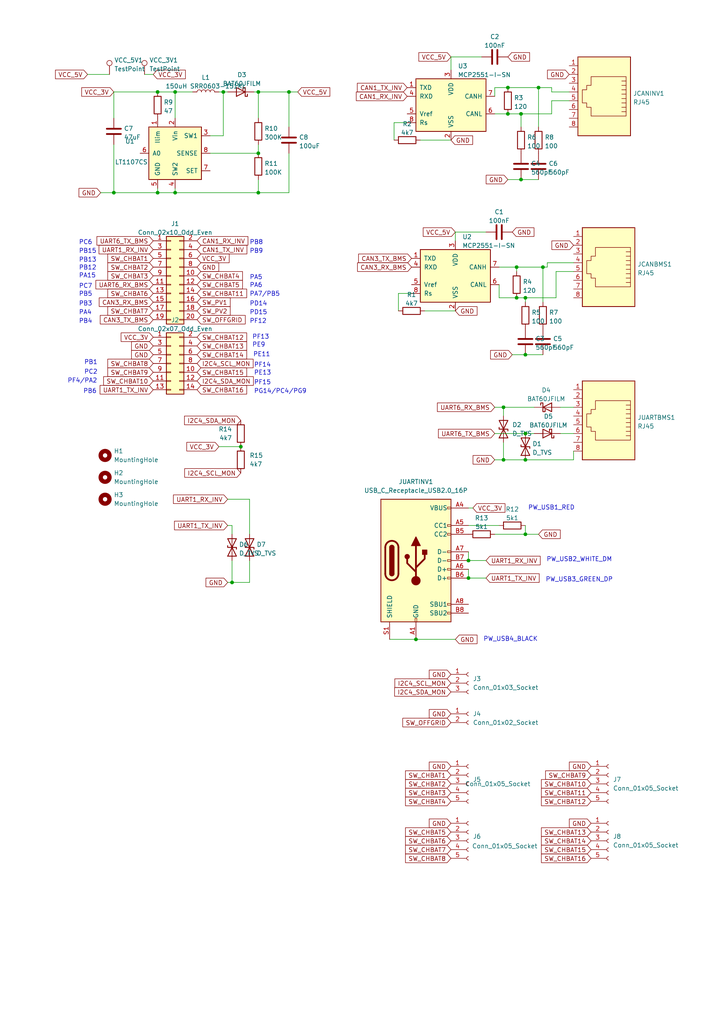
<source format=kicad_sch>
(kicad_sch (version 20250114) (generator "eeschema") (generator_version "9.0")
  (paper "A4" portrait)
  (lib_symbols
    (symbol "Connector:Conn_01x02_Socket" (pin_names (offset 1.016) (hide yes))
      (property "Reference" "J" (at 0 2.54 0))
      (property "Value" "Conn_01x02_Socket" (at 0 -5.08 0))
      (symbol "Conn_01x02_Socket_1_1"
        (pin passive line (at -5.08 0 0) (length 3.81) (name "Pin_1") (number "1"))
        (pin passive line (at -5.08 -2.54 0) (length 3.81) (name "Pin_2") (number "2"))
      )
    )
    (symbol "Connector:Conn_01x03_Socket" (pin_names (offset 1.016) (hide yes))
      (property "Reference" "J" (at 0 5.08 0))
      (property "Value" "Conn_01x03_Socket" (at 0 -5.08 0))
      (symbol "Conn_01x03_Socket_1_1"
        (pin passive line (at -5.08 2.54 0) (length 3.81) (name "Pin_1") (number "1"))
        (pin passive line (at -5.08 0 0) (length 3.81) (name "Pin_2") (number "2"))
        (pin passive line (at -5.08 -2.54 0) (length 3.81) (name "Pin_3") (number "3"))
      )
    )
    (symbol "Connector:Conn_01x05_Socket" (pin_names (offset 1.016) (hide yes))
      (property "Reference" "J" (at 0 7.62 0))
      (property "Value" "Conn_01x05_Socket" (at 0 -7.62 0))
      (symbol "Conn_01x05_Socket_1_1"
        (pin passive line (at -5.08 5.08 0) (length 3.81) (name "Pin_1") (number "1"))
        (pin passive line (at -5.08 2.54 0) (length 3.81) (name "Pin_2") (number "2"))
        (pin passive line (at -5.08 0 0) (length 3.81) (name "Pin_3") (number "3"))
        (pin passive line (at -5.08 -2.54 0) (length 3.81) (name "Pin_4") (number "4"))
        (pin passive line (at -5.08 -5.08 0) (length 3.81) (name "Pin_5") (number "5"))
      )
    )
    (symbol "Connector:RJ45" (pin_names (offset 1.016))
      (property "Reference" "J" (at -5.08 13.97 0))
      (property "Value" "RJ45" (at 2.54 13.97 0))
      (symbol "RJ45_1_1"
        (pin passive line (at 10.16 10.16 180) (length 2.54) (name "~") (number "8"))
        (pin passive line (at 10.16 7.62 180) (length 2.54) (name "~") (number "7"))
        (pin passive line (at 10.16 5.08 180) (length 2.54) (name "~") (number "6"))
        (pin passive line (at 10.16 2.54 180) (length 2.54) (name "~") (number "5"))
        (pin passive line (at 10.16 0 180) (length 2.54) (name "~") (number "4"))
        (pin passive line (at 10.16 -2.54 180) (length 2.54) (name "~") (number "3"))
        (pin passive line (at 10.16 -5.08 180) (length 2.54) (name "~") (number "2"))
        (pin passive line (at 10.16 -7.62 180) (length 2.54) (name "~") (number "1"))
      )
    )
    (symbol "Connector:TestPoint" (pin_numbers (hide yes)) (pin_names (offset 0.762) (hide yes))
      (property "Reference" "TP" (at 0 6.858 0))
      (property "Value" "TestPoint" (at 0 5.08 0))
      (symbol "TestPoint_1_1"
        (pin passive line (at 0 0 90) (length 2.54) (name "1") (number "1"))
      )
    )
    (symbol "Connector:USB_C_Receptacle_USB2.0_16P" (pin_names (offset 1.016))
      (property "Reference" "J" (at 0 22.225 0))
      (property "Value" "USB_C_Receptacle_USB2.0_16P" (at 0 19.685 0))
      (symbol "USB_C_Receptacle_USB2.0_16P_1_1"
        (pin passive line (at -7.62 -22.86 90) (length 5.08) (name "SHIELD") (number "S1"))
        (pin passive line (at 0 -22.86 90) (length 5.08) (name "GND") (number "A1"))
        (pin passive line (at 0 -22.86 90) (length 5.08) (hide yes) (name "GND") (number "A12"))
        (pin passive line (at 0 -22.86 90) (length 5.08) (hide yes) (name "GND") (number "B1"))
        (pin passive line (at 0 -22.86 90) (length 5.08) (hide yes) (name "GND") (number "B12"))
        (pin passive line (at 15.24 15.24 180) (length 5.08) (name "VBUS") (number "A4"))
        (pin passive line (at 15.24 15.24 180) (length 5.08) (hide yes) (name "VBUS") (number "A9"))
        (pin passive line (at 15.24 15.24 180) (length 5.08) (hide yes) (name "VBUS") (number "B4"))
        (pin passive line (at 15.24 15.24 180) (length 5.08) (hide yes) (name "VBUS") (number "B9"))
        (pin bidirectional line (at 15.24 10.16 180) (length 5.08) (name "CC1") (number "A5"))
        (pin bidirectional line (at 15.24 7.62 180) (length 5.08) (name "CC2") (number "B5"))
        (pin bidirectional line (at 15.24 2.54 180) (length 5.08) (name "D-") (number "A7"))
        (pin bidirectional line (at 15.24 0 180) (length 5.08) (name "D-") (number "B7"))
        (pin bidirectional line (at 15.24 -2.54 180) (length 5.08) (name "D+") (number "A6"))
        (pin bidirectional line (at 15.24 -5.08 180) (length 5.08) (name "D+") (number "B6"))
        (pin bidirectional line (at 15.24 -12.7 180) (length 5.08) (name "SBU1") (number "A8"))
        (pin bidirectional line (at 15.24 -15.24 180) (length 5.08) (name "SBU2") (number "B8"))
      )
    )
    (symbol "Connector_Generic:Conn_02x07_Odd_Even" (pin_names (offset 1.016) (hide yes))
      (property "Reference" "J" (at 1.27 10.16 0))
      (property "Value" "Conn_02x07_Odd_Even" (at 1.27 -10.16 0))
      (symbol "Conn_02x07_Odd_Even_1_1"
        (pin passive line (at -5.08 7.62 0) (length 3.81) (name "Pin_1") (number "1"))
        (pin passive line (at -5.08 5.08 0) (length 3.81) (name "Pin_3") (number "3"))
        (pin passive line (at -5.08 2.54 0) (length 3.81) (name "Pin_5") (number "5"))
        (pin passive line (at -5.08 0 0) (length 3.81) (name "Pin_7") (number "7"))
        (pin passive line (at -5.08 -2.54 0) (length 3.81) (name "Pin_9") (number "9"))
        (pin passive line (at -5.08 -5.08 0) (length 3.81) (name "Pin_11") (number "11"))
        (pin passive line (at -5.08 -7.62 0) (length 3.81) (name "Pin_13") (number "13"))
        (pin passive line (at 7.62 7.62 180) (length 3.81) (name "Pin_2") (number "2"))
        (pin passive line (at 7.62 5.08 180) (length 3.81) (name "Pin_4") (number "4"))
        (pin passive line (at 7.62 2.54 180) (length 3.81) (name "Pin_6") (number "6"))
        (pin passive line (at 7.62 0 180) (length 3.81) (name "Pin_8") (number "8"))
        (pin passive line (at 7.62 -2.54 180) (length 3.81) (name "Pin_10") (number "10"))
        (pin passive line (at 7.62 -5.08 180) (length 3.81) (name "Pin_12") (number "12"))
        (pin passive line (at 7.62 -7.62 180) (length 3.81) (name "Pin_14") (number "14"))
      )
    )
    (symbol "Connector_Generic:Conn_02x10_Odd_Even" (pin_names (offset 1.016) (hide yes))
      (property "Reference" "J" (at 1.27 12.7 0))
      (property "Value" "Conn_02x10_Odd_Even" (at 1.27 -15.24 0))
      (symbol "Conn_02x10_Odd_Even_1_1"
        (pin passive line (at -5.08 10.16 0) (length 3.81) (name "Pin_1") (number "1"))
        (pin passive line (at -5.08 7.62 0) (length 3.81) (name "Pin_3") (number "3"))
        (pin passive line (at -5.08 5.08 0) (length 3.81) (name "Pin_5") (number "5"))
        (pin passive line (at -5.08 2.54 0) (length 3.81) (name "Pin_7") (number "7"))
        (pin passive line (at -5.08 0 0) (length 3.81) (name "Pin_9") (number "9"))
        (pin passive line (at -5.08 -2.54 0) (length 3.81) (name "Pin_11") (number "11"))
        (pin passive line (at -5.08 -5.08 0) (length 3.81) (name "Pin_13") (number "13"))
        (pin passive line (at -5.08 -7.62 0) (length 3.81) (name "Pin_15") (number "15"))
        (pin passive line (at -5.08 -10.16 0) (length 3.81) (name "Pin_17") (number "17"))
        (pin passive line (at -5.08 -12.7 0) (length 3.81) (name "Pin_19") (number "19"))
        (pin passive line (at 7.62 10.16 180) (length 3.81) (name "Pin_2") (number "2"))
        (pin passive line (at 7.62 7.62 180) (length 3.81) (name "Pin_4") (number "4"))
        (pin passive line (at 7.62 5.08 180) (length 3.81) (name "Pin_6") (number "6"))
        (pin passive line (at 7.62 2.54 180) (length 3.81) (name "Pin_8") (number "8"))
        (pin passive line (at 7.62 0 180) (length 3.81) (name "Pin_10") (number "10"))
        (pin passive line (at 7.62 -2.54 180) (length 3.81) (name "Pin_12") (number "12"))
        (pin passive line (at 7.62 -5.08 180) (length 3.81) (name "Pin_14") (number "14"))
        (pin passive line (at 7.62 -7.62 180) (length 3.81) (name "Pin_16") (number "16"))
        (pin passive line (at 7.62 -10.16 180) (length 3.81) (name "Pin_18") (number "18"))
        (pin passive line (at 7.62 -12.7 180) (length 3.81) (name "Pin_20") (number "20"))
      )
    )
    (symbol "Device:C" (pin_numbers (hide yes)) (pin_names (offset 0.254))
      (property "Reference" "C" (at 0.635 2.54 0))
      (property "Value" "C" (at 0.635 -2.54 0))
      (symbol "C_1_1"
        (pin passive line (at 0 3.81 270) (length 2.794) (name "~") (number "1"))
        (pin passive line (at 0 -3.81 90) (length 2.794) (name "~") (number "2"))
      )
    )
    (symbol "Device:D_Schottky" (pin_numbers (hide yes)) (pin_names (offset 1.016) (hide yes))
      (property "Reference" "D" (at 0 2.54 0))
      (property "Value" "D_Schottky" (at 0 -2.54 0))
      (symbol "D_Schottky_1_1"
        (pin passive line (at -3.81 0 0) (length 2.54) (name "K") (number "1"))
        (pin passive line (at 3.81 0 180) (length 2.54) (name "A") (number "2"))
      )
    )
    (symbol "Device:D_TVS" (pin_numbers (hide yes)) (pin_names (offset 1.016) (hide yes))
      (property "Reference" "D" (at 0 2.54 0))
      (property "Value" "D_TVS" (at 0 -2.54 0))
      (symbol "D_TVS_1_1"
        (pin passive line (at -3.81 0 0) (length 2.54) (name "A1") (number "1"))
        (pin passive line (at 3.81 0 180) (length 2.54) (name "A2") (number "2"))
      )
    )
    (symbol "Device:L" (pin_numbers (hide yes)) (pin_names (offset 1.016) (hide yes))
      (property "Reference" "L" (at -1.27 0 90))
      (property "Value" "L" (at 1.905 0 90))
      (symbol "L_1_1"
        (pin passive line (at 0 3.81 270) (length 1.27) (name "1") (number "1"))
        (pin passive line (at 0 -3.81 90) (length 1.27) (name "2") (number "2"))
      )
    )
    (symbol "Device:R" (pin_numbers (hide yes)) (pin_names (offset 0))
      (property "Reference" "R" (at 2.032 0 90))
      (property "Value" "R" (at 0 0 90))
      (symbol "R_1_1"
        (pin passive line (at 0 3.81 270) (length 1.27) (name "~") (number "1"))
        (pin passive line (at 0 -3.81 90) (length 1.27) (name "~") (number "2"))
      )
    )
    (symbol "Diode:BAT54J" (pin_numbers (hide yes)) (pin_names (hide yes))
      (property "Reference" "D" (at 0 2.54 0))
      (property "Value" "BAT54J" (at 0 -2.54 0))
      (symbol "BAT54J_1_1"
        (pin passive line (at -3.81 0 0) (length 2.54) (name "K") (number "1"))
        (pin passive line (at 3.81 0 180) (length 2.54) (name "A") (number "2"))
      )
    )
    (symbol "Interface_CAN_LIN:MCP2551-I-SN" (pin_names (offset 1.016))
      (property "Reference" "U" (at -10.16 8.89 0))
      (property "Value" "MCP2551-I-SN" (at 2.54 8.89 0))
      (symbol "MCP2551-I-SN_1_1"
        (pin input line (at -12.7 5.08 0) (length 2.54) (name "TXD") (number "1"))
        (pin output line (at -12.7 2.54 0) (length 2.54) (name "RXD") (number "4"))
        (pin power_out line (at -12.7 -2.54 0) (length 2.54) (name "Vref") (number "5"))
        (pin input line (at -12.7 -5.08 0) (length 2.54) (name "Rs") (number "8"))
        (pin power_in line (at 0 10.16 270) (length 2.54) (name "VDD") (number "3"))
        (pin power_in line (at 0 -10.16 90) (length 2.54) (name "VSS") (number "2"))
        (pin bidirectional line (at 12.7 2.54 180) (length 2.54) (name "CANH") (number "7"))
        (pin bidirectional line (at 12.7 -2.54 180) (length 2.54) (name "CANL") (number "6"))
      )
    )
    (symbol "Mechanical:MountingHole" (pin_names (offset 1.016)) (in_bom no)
      (property "Reference" "H" (at 0 5.08 0))
      (property "Value" "MountingHole" (at 0 3.175 0))
    )
    (symbol "Regulator_Switching:LT1108CS-5" (pin_names (offset 1.016))
      (property "Reference" "U" (at 1.27 10.795 0))
      (property "Value" "LT1108CS-5" (at 1.27 8.89 0))
      (symbol "LT1108CS-5_1_1"
        (pin output line (at -10.16 0 0) (length 2.54) (name "A0") (number "6"))
        (pin input line (at -5.08 10.16 270) (length 2.54) (name "Ilim") (number "1"))
        (pin power_in line (at -5.08 -10.16 90) (length 2.54) (name "GND") (number "5"))
        (pin power_in line (at 0 10.16 270) (length 2.54) (name "Vin") (number "2"))
        (pin input line (at 0 -10.16 90) (length 2.54) (name "SW2") (number "4"))
        (pin input line (at 10.16 5.08 180) (length 2.54) (name "SW1") (number "3"))
        (pin input line (at 10.16 0 180) (length 2.54) (name "SENSE") (number "8"))
        (pin input line (at 10.16 -5.08 180) (length 2.54) (name "SET") (number "7"))
      )
    )
  )
  (text "PA4" (at 22.86 91.44 0) (effects (font (size 1.27 1.27)) (justify left bottom)))
  (text "PD14" (at 72.39 88.9 0) (effects (font (size 1.27 1.27)) (justify left bottom)))
  (text "PA6" (at 72.39 83.566 0) (effects (font (size 1.27 1.27)) (justify left bottom)))
  (text "PC6" (at 22.86 71.12 0) (effects (font (size 1.27 1.27)) (justify left bottom)))
  (text "PB13" (at 22.86 76.2 0) (effects (font (size 1.27 1.27)) (justify left bottom)))
  (text "PB3" (at 22.86 88.9 0) (effects (font (size 1.27 1.27)) (justify left bottom)))
  (text "PB15" (at 22.86 73.66 0) (effects (font (size 1.27 1.27)) (justify left bottom)))
  (text "PW_USB3_GREEN_DP" (at 158.242 168.91 0) (effects (font (size 1.27 1.27)) (justify left bottom)))
  (text "PE9" (at 73.152 100.838 0) (effects (font (size 1.27 1.27)) (justify left bottom)))
  (text "PA7/PB5" (at 72.39 86.106 0) (effects (font (size 1.27 1.27)) (justify left bottom)))
  (text "PD15" (at 72.39 91.44 0) (effects (font (size 1.27 1.27)) (justify left bottom)))
  (text "PC2" (at 24.384 108.712 0) (effects (font (size 1.27 1.27)) (justify left bottom)))
  (text "PB9" (at 72.39 73.66 0) (effects (font (size 1.27 1.27)) (justify left bottom)))
  (text "PB8" (at 72.39 71.12 0) (effects (font (size 1.27 1.27)) (justify left bottom)))
  (text "PB5" (at 22.86 86.106 0) (effects (font (size 1.27 1.27)) (justify left bottom)))
  (text "PB4" (at 22.86 93.98 0) (effects (font (size 1.27 1.27)) (justify left bottom)))
  (text "PW_USB2_WHITE_DM" (at 158.496 163.068 0) (effects (font (size 1.27 1.27)) (justify left bottom)))
  (text "PC7" (at 22.86 83.82 0) (effects (font (size 1.27 1.27)) (justify left bottom)))
  (text "PE11" (at 73.406 103.632 0) (effects (font (size 1.27 1.27)) (justify left bottom)))
  (text "PF14" (at 73.66 106.68 0) (effects (font (size 1.27 1.27)) (justify left bottom)))
  (text "PG14/PC4/PG9" (at 73.66 114.3 0) (effects (font (size 1.27 1.27)) (justify left bottom)))
  (text "PE13" (at 73.66 108.966 0) (effects (font (size 1.27 1.27)) (justify left bottom)))
  (text "PW_USB1_RED" (at 153.162 148.082 0) (effects (font (size 1.27 1.27)) (justify left bottom)))
  (text "PA15" (at 22.86 80.772 0) (effects (font (size 1.27 1.27)) (justify left bottom)))
  (text "PW_USB4_BLACK" (at 140.208 186.182 0) (effects (font (size 1.27 1.27)) (justify left bottom)))
  (text "PF13" (at 73.152 98.552 0) (effects (font (size 1.27 1.27)) (justify left bottom)))
  (text "PB12" (at 22.86 78.486 0) (effects (font (size 1.27 1.27)) (justify left bottom)))
  (text "PB1" (at 24.384 105.918 0) (effects (font (size 1.27 1.27)) (justify left bottom)))
  (text "PF4/PA2" (at 19.558 111.252 0) (effects (font (size 1.27 1.27)) (justify left bottom)))
  (text "PF15" (at 73.66 111.76 0) (effects (font (size 1.27 1.27)) (justify left bottom)))
  (text "PF12" (at 72.39 93.98 0) (effects (font (size 1.27 1.27)) (justify left bottom)))
  (text "PA5" (at 72.39 81.28 0) (effects (font (size 1.27 1.27)) (justify left bottom)))
  (text "PB6" (at 24.13 114.3 0) (effects (font (size 1.27 1.27)) (justify left bottom)))
  (junction (at 50.8 26.67))
  (junction (at 83.82 26.67))
  (junction (at 147.32 33.02))
  (junction (at 151.13 33.02))
  (junction (at 152.4 102.87))
  (junction (at 149.86 77.47))
  (junction (at 146.05 133.35))
  (junction (at 45.72 55.88))
  (junction (at 152.4 133.35))
  (junction (at 152.4 125.73))
  (junction (at 147.32 25.4))
  (junction (at 67.31 168.91))
  (junction (at 74.93 26.67))
  (junction (at 157.48 77.47))
  (junction (at 149.86 86.36))
  (junction (at 120.65 185.42))
  (junction (at 135.89 167.64))
  (junction (at 45.72 26.67))
  (junction (at 152.4 86.36))
  (junction (at 135.89 162.56))
  (junction (at 156.21 25.4))
  (junction (at 152.4 154.94))
  (junction (at 74.93 44.45))
  (junction (at 33.02 55.88))
  (junction (at 64.77 26.67))
  (junction (at 151.13 52.07))
  (junction (at 146.05 118.11))
  (junction (at 50.8 55.88))
  (junction (at 69.85 129.54))
  (junction (at 74.93 55.88))
  (wire (pts (xy 156.21 154.94) (xy 152.4 154.94)))
  (wire (pts (xy 149.86 77.47) (xy 149.86 78.74)))
  (wire (pts (xy 148.59 102.87) (xy 152.4 102.87)))
  (wire (pts (xy 63.5 129.54) (xy 69.85 129.54)))
  (wire (pts (xy 50.8 55.88) (xy 74.93 55.88)))
  (wire (pts (xy 60.96 44.45) (xy 74.93 44.45)))
  (wire (pts (xy 83.82 26.67) (xy 74.93 26.67)))
  (wire (pts (xy 156.21 25.4) (xy 156.21 36.83)))
  (wire (pts (xy 45.72 26.67) (xy 50.8 26.67)))
  (wire (pts (xy 140.97 162.56) (xy 135.89 162.56)))
  (wire (pts (xy 143.51 25.4) (xy 143.51 27.94)))
  (wire (pts (xy 33.02 26.67) (xy 45.72 26.67)))
  (wire (pts (xy 123.19 90.17) (xy 132.08 90.17)))
  (wire (pts (xy 50.8 26.67) (xy 55.88 26.67)))
  (wire (pts (xy 63.5 26.67) (xy 64.77 26.67)))
  (wire (pts (xy 120.65 185.42) (xy 113.03 185.42)))
  (wire (pts (xy 149.86 86.36) (xy 152.4 86.36)))
  (wire (pts (xy 166.37 130.81) (xy 166.37 133.35)))
  (wire (pts (xy 132.08 67.31) (xy 132.08 69.85)))
  (wire (pts (xy 152.4 125.73) (xy 154.94 125.73)))
  (wire (pts (xy 146.05 133.35) (xy 152.4 133.35)))
  (wire (pts (xy 83.82 26.67) (xy 83.82 36.83)))
  (wire (pts (xy 83.82 44.45) (xy 83.82 55.88)))
  (wire (pts (xy 66.04 144.78) (xy 72.39 144.78)))
  (wire (pts (xy 161.29 78.74) (xy 166.37 78.74)))
  (wire (pts (xy 67.31 162.56) (xy 67.31 168.91)))
  (wire (pts (xy 158.75 76.2) (xy 166.37 76.2)))
  (wire (pts (xy 147.32 25.4) (xy 156.21 25.4)))
  (wire (pts (xy 50.8 55.88) (xy 50.8 54.61)))
  (wire (pts (xy 33.02 26.67) (xy 33.02 34.29)))
  (wire (pts (xy 152.4 86.36) (xy 161.29 86.36)))
  (wire (pts (xy 146.05 118.11) (xy 154.94 118.11)))
  (wire (pts (xy 135.89 162.56) (xy 135.89 160.02)))
  (wire (pts (xy 143.51 118.11) (xy 146.05 118.11)))
  (wire (pts (xy 152.4 102.87) (xy 157.48 102.87)))
  (wire (pts (xy 74.93 26.67) (xy 74.93 34.29)))
  (wire (pts (xy 156.21 25.4) (xy 160.02 25.4)))
  (wire (pts (xy 147.32 33.02) (xy 151.13 33.02)))
  (wire (pts (xy 118.11 35.56) (xy 114.3 35.56)))
  (wire (pts (xy 158.75 77.47) (xy 158.75 76.2)))
  (wire (pts (xy 160.02 25.4) (xy 160.02 26.67)))
  (wire (pts (xy 140.97 167.64) (xy 135.89 167.64)))
  (wire (pts (xy 114.3 35.56) (xy 114.3 40.64)))
  (wire (pts (xy 64.77 26.67) (xy 66.04 26.67)))
  (wire (pts (xy 152.4 86.36) (xy 152.4 87.63)))
  (wire (pts (xy 60.96 39.37) (xy 64.77 39.37)))
  (wire (pts (xy 144.78 77.47) (xy 149.86 77.47)))
  (wire (pts (xy 157.48 77.47) (xy 158.75 77.47)))
  (wire (pts (xy 67.31 152.4) (xy 67.31 154.94)))
  (wire (pts (xy 144.78 152.4) (xy 135.89 152.4)))
  (wire (pts (xy 149.86 77.47) (xy 157.48 77.47)))
  (wire (pts (xy 160.02 26.67) (xy 165.1 26.67)))
  (wire (pts (xy 33.02 55.88) (xy 45.72 55.88)))
  (wire (pts (xy 66.04 168.91) (xy 67.31 168.91)))
  (wire (pts (xy 152.4 133.35) (xy 166.37 133.35)))
  (wire (pts (xy 44.45 21.59) (xy 41.91 21.59)))
  (wire (pts (xy 66.04 152.4) (xy 67.31 152.4)))
  (wire (pts (xy 64.77 39.37) (xy 64.77 26.67)))
  (wire (pts (xy 162.56 118.11) (xy 166.37 118.11)))
  (wire (pts (xy 67.31 168.91) (xy 72.39 168.91)))
  (wire (pts (xy 147.32 52.07) (xy 151.13 52.07)))
  (wire (pts (xy 86.36 26.67) (xy 83.82 26.67)))
  (wire (pts (xy 143.51 25.4) (xy 147.32 25.4)))
  (wire (pts (xy 45.72 55.88) (xy 50.8 55.88)))
  (wire (pts (xy 74.93 52.07) (xy 74.93 55.88)))
  (wire (pts (xy 161.29 86.36) (xy 161.29 78.74)))
  (wire (pts (xy 25.4 21.59) (xy 31.75 21.59)))
  (wire (pts (xy 143.51 125.73) (xy 152.4 125.73)))
  (wire (pts (xy 146.05 128.27) (xy 146.05 133.35)))
  (wire (pts (xy 139.7 16.51) (xy 130.81 16.51)))
  (wire (pts (xy 115.57 85.09) (xy 115.57 90.17)))
  (wire (pts (xy 152.4 154.94) (xy 143.51 154.94)))
  (wire (pts (xy 151.13 33.02) (xy 151.13 36.83)))
  (wire (pts (xy 74.93 55.88) (xy 83.82 55.88)))
  (wire (pts (xy 143.51 133.35) (xy 146.05 133.35)))
  (wire (pts (xy 151.13 33.02) (xy 160.02 33.02)))
  (wire (pts (xy 157.48 77.47) (xy 157.48 87.63)))
  (wire (pts (xy 144.78 86.36) (xy 149.86 86.36)))
  (wire (pts (xy 160.02 33.02) (xy 160.02 29.21)))
  (wire (pts (xy 74.93 26.67) (xy 73.66 26.67)))
  (wire (pts (xy 72.39 144.78) (xy 72.39 154.94)))
  (wire (pts (xy 162.56 125.73) (xy 166.37 125.73)))
  (wire (pts (xy 121.92 40.64) (xy 130.81 40.64)))
  (wire (pts (xy 144.78 82.55) (xy 144.78 86.36)))
  (wire (pts (xy 74.93 41.91) (xy 74.93 44.45)))
  (wire (pts (xy 72.39 162.56) (xy 72.39 168.91)))
  (wire (pts (xy 33.02 41.91) (xy 33.02 55.88)))
  (wire (pts (xy 140.97 67.31) (xy 132.08 67.31)))
  (wire (pts (xy 143.51 33.02) (xy 147.32 33.02)))
  (wire (pts (xy 132.08 185.42) (xy 120.65 185.42)))
  (wire (pts (xy 29.21 55.88) (xy 33.02 55.88)))
  (wire (pts (xy 152.4 154.94) (xy 152.4 152.4)))
  (wire (pts (xy 119.38 85.09) (xy 115.57 85.09)))
  (wire (pts (xy 160.02 29.21) (xy 165.1 29.21)))
  (wire (pts (xy 50.8 34.29) (xy 50.8 26.67)))
  (wire (pts (xy 137.16 147.32) (xy 135.89 147.32)))
  (wire (pts (xy 135.89 165.1) (xy 135.89 167.64)))
  (wire (pts (xy 130.81 16.51) (xy 130.81 20.32)))
  (wire (pts (xy 146.05 120.65) (xy 146.05 118.11)))
  (wire (pts (xy 151.13 52.07) (xy 156.21 52.07)))
  (wire (pts (xy 45.72 54.61) (xy 45.72 55.88)))
  (global_label "I2C4_SDA_MON" (shape input) (at 57.15 110.49 0) (property "Intersheetrefs" "${INTERSHEET_REFS}" (effects (hide yes))))
  (global_label "SW_CHBAT14" (shape input) (at 171.45 243.84 180) (property "Intersheetrefs" "${INTERSHEET_REFS}" (effects (hide yes))))
  (global_label "GND" (shape input) (at 57.15 77.47 0) (property "Intersheetrefs" "${INTERSHEET_REFS}" (effects (hide yes))))
  (global_label "GND" (shape input) (at 171.45 238.76 180) (property "Intersheetrefs" "${INTERSHEET_REFS}" (effects (hide yes))))
  (global_label "SW_PV1" (shape input) (at 57.15 87.63 0) (property "Intersheetrefs" "${INTERSHEET_REFS}" (effects (hide yes))))
  (global_label "CAN3_RX_BMS" (shape input) (at 119.38 77.47 180) (property "Intersheetrefs" "${INTERSHEET_REFS}" (effects (hide yes))))
  (global_label "SW_CHBAT13" (shape input) (at 171.45 241.3 180) (property "Intersheetrefs" "${INTERSHEET_REFS}" (effects (hide yes))))
  (global_label "VCC_3V" (shape input) (at 63.5 129.54 180) (property "Intersheetrefs" "${INTERSHEET_REFS}" (effects (hide yes))))
  (global_label "UART1_RX_INV" (shape input) (at 140.97 162.56 0) (property "Intersheetrefs" "${INTERSHEET_REFS}" (effects (hide yes))))
  (global_label "SW_CHBAT9" (shape input) (at 171.45 224.79 180) (property "Intersheetrefs" "${INTERSHEET_REFS}" (effects (hide yes))))
  (global_label "VCC_5V" (shape input) (at 130.81 16.51 180) (property "Intersheetrefs" "${INTERSHEET_REFS}" (effects (hide yes))))
  (global_label "GND" (shape input) (at 132.08 90.17 0) (property "Intersheetrefs" "${INTERSHEET_REFS}" (effects (hide yes))))
  (global_label "CAN3_TX_BMS" (shape input) (at 119.38 74.93 180) (property "Intersheetrefs" "${INTERSHEET_REFS}" (effects (hide yes))))
  (global_label "I2C4_SDA_MON" (shape input) (at 130.81 200.66 180) (property "Intersheetrefs" "${INTERSHEET_REFS}" (effects (hide yes))))
  (global_label "CAN1_RX_INV" (shape input) (at 57.15 69.85 0) (property "Intersheetrefs" "${INTERSHEET_REFS}" (effects (hide yes))))
  (global_label "SW_CHBAT7" (shape input) (at 44.45 90.17 180) (property "Intersheetrefs" "${INTERSHEET_REFS}" (effects (hide yes))))
  (global_label "I2C4_SCL_MON" (shape input) (at 57.15 105.41 0) (property "Intersheetrefs" "${INTERSHEET_REFS}" (effects (hide yes))))
  (global_label "GND" (shape input) (at 130.81 40.64 0) (property "Intersheetrefs" "${INTERSHEET_REFS}" (effects (hide yes))))
  (global_label "SW_CHBAT8" (shape input) (at 130.81 248.92 180) (property "Intersheetrefs" "${INTERSHEET_REFS}" (effects (hide yes))))
  (global_label "GND" (shape input) (at 171.45 222.25 180) (property "Intersheetrefs" "${INTERSHEET_REFS}" (effects (hide yes))))
  (global_label "UART6_TX_BMS" (shape input) (at 44.45 69.85 180) (property "Intersheetrefs" "${INTERSHEET_REFS}" (effects (hide yes))))
  (global_label "SW_CHBAT16" (shape input) (at 171.45 248.92 180) (property "Intersheetrefs" "${INTERSHEET_REFS}" (effects (hide yes))))
  (global_label "VCC_3V" (shape input) (at 57.15 74.93 0) (property "Intersheetrefs" "${INTERSHEET_REFS}" (effects (hide yes))))
  (global_label "SW_CHBAT10" (shape input) (at 44.45 110.49 180) (property "Intersheetrefs" "${INTERSHEET_REFS}" (effects (hide yes))))
  (global_label "UART1_TX_INV" (shape input) (at 66.04 152.4 180) (property "Intersheetrefs" "${INTERSHEET_REFS}" (effects (hide yes))))
  (global_label "SW_CHBAT8" (shape input) (at 44.45 105.41 180) (property "Intersheetrefs" "${INTERSHEET_REFS}" (effects (hide yes))))
  (global_label "I2C4_SCL_MON" (shape input) (at 130.81 198.12 180) (property "Intersheetrefs" "${INTERSHEET_REFS}" (effects (hide yes))))
  (global_label "SW_CHBAT14" (shape input) (at 57.15 102.87 0) (property "Intersheetrefs" "${INTERSHEET_REFS}" (effects (hide yes))))
  (global_label "UART1_TX_INV" (shape input) (at 44.45 113.03 180) (property "Intersheetrefs" "${INTERSHEET_REFS}" (effects (hide yes))))
  (global_label "VCC_3V" (shape input) (at 44.45 97.79 180) (property "Intersheetrefs" "${INTERSHEET_REFS}" (effects (hide yes))))
  (global_label "GND" (shape input) (at 44.45 102.87 180) (property "Intersheetrefs" "${INTERSHEET_REFS}" (effects (hide yes))))
  (global_label "SW_OFFGRID" (shape input) (at 130.81 209.55 180) (property "Intersheetrefs" "${INTERSHEET_REFS}" (effects (hide yes))))
  (global_label "GND" (shape input) (at 147.32 52.07 180) (property "Intersheetrefs" "${INTERSHEET_REFS}" (effects (hide yes))))
  (global_label "GND" (shape input) (at 130.81 222.25 180) (property "Intersheetrefs" "${INTERSHEET_REFS}" (effects (hide yes))))
  (global_label "SW_CHBAT1" (shape input) (at 44.45 74.93 180) (property "Intersheetrefs" "${INTERSHEET_REFS}" (effects (hide yes))))
  (global_label "GND" (shape input) (at 143.51 133.35 180) (property "Intersheetrefs" "${INTERSHEET_REFS}" (effects (hide yes))))
  (global_label "UART6_RX_BMS" (shape input) (at 143.51 118.11 180) (property "Intersheetrefs" "${INTERSHEET_REFS}" (effects (hide yes))))
  (global_label "CAN3_RX_BMS" (shape input) (at 44.45 87.63 180) (property "Intersheetrefs" "${INTERSHEET_REFS}" (effects (hide yes))))
  (global_label "SW_CHBAT12" (shape input) (at 57.15 97.79 0) (property "Intersheetrefs" "${INTERSHEET_REFS}" (effects (hide yes))))
  (global_label "GND" (shape input) (at 66.04 168.91 180) (property "Intersheetrefs" "${INTERSHEET_REFS}" (effects (hide yes))))
  (global_label "VCC_5V" (shape input) (at 86.36 26.67 0) (property "Intersheetrefs" "${INTERSHEET_REFS}" (effects (hide yes))))
  (global_label "UART6_RX_BMS" (shape input) (at 44.45 82.55 180) (property "Intersheetrefs" "${INTERSHEET_REFS}" (effects (hide yes))))
  (global_label "GND" (shape input) (at 130.81 195.58 180) (property "Intersheetrefs" "${INTERSHEET_REFS}" (effects (hide yes))))
  (global_label "SW_CHBAT13" (shape input) (at 57.15 100.33 0) (property "Intersheetrefs" "${INTERSHEET_REFS}" (effects (hide yes))))
  (global_label "UART6_TX_BMS" (shape input) (at 143.51 125.73 180) (property "Intersheetrefs" "${INTERSHEET_REFS}" (effects (hide yes))))
  (global_label "GND" (shape input) (at 130.81 207.01 180) (property "Intersheetrefs" "${INTERSHEET_REFS}" (effects (hide yes))))
  (global_label "SW_CHBAT1" (shape input) (at 130.81 224.79 180) (property "Intersheetrefs" "${INTERSHEET_REFS}" (effects (hide yes))))
  (global_label "SW_CHBAT9" (shape input) (at 44.45 107.95 180) (property "Intersheetrefs" "${INTERSHEET_REFS}" (effects (hide yes))))
  (global_label "SW_CHBAT5" (shape input) (at 57.15 82.55 0) (property "Intersheetrefs" "${INTERSHEET_REFS}" (effects (hide yes))))
  (global_label "GND" (shape input) (at 148.59 67.31 0) (property "Intersheetrefs" "${INTERSHEET_REFS}" (effects (hide yes))))
  (global_label "CAN1_TX_INV" (shape input) (at 57.15 72.39 0) (property "Intersheetrefs" "${INTERSHEET_REFS}" (effects (hide yes))))
  (global_label "SW_CHBAT5" (shape input) (at 130.81 241.3 180) (property "Intersheetrefs" "${INTERSHEET_REFS}" (effects (hide yes))))
  (global_label "SW_CHBAT15" (shape input) (at 171.45 246.38 180) (property "Intersheetrefs" "${INTERSHEET_REFS}" (effects (hide yes))))
  (global_label "SW_CHBAT7" (shape input) (at 130.81 246.38 180) (property "Intersheetrefs" "${INTERSHEET_REFS}" (effects (hide yes))))
  (global_label "SW_PV2" (shape input) (at 57.15 90.17 0) (property "Intersheetrefs" "${INTERSHEET_REFS}" (effects (hide yes))))
  (global_label "GND" (shape input) (at 156.21 154.94 0) (property "Intersheetrefs" "${INTERSHEET_REFS}" (effects (hide yes))))
  (global_label "SW_CHBAT2" (shape input) (at 44.45 77.47 180) (property "Intersheetrefs" "${INTERSHEET_REFS}" (effects (hide yes))))
  (global_label "SW_CHBAT4" (shape input) (at 57.15 80.01 0) (property "Intersheetrefs" "${INTERSHEET_REFS}" (effects (hide yes))))
  (global_label "SW_OFFGRID" (shape input) (at 57.15 92.71 0) (property "Intersheetrefs" "${INTERSHEET_REFS}" (effects (hide yes))))
  (global_label "UART1_RX_INV" (shape input) (at 44.45 72.39 180) (property "Intersheetrefs" "${INTERSHEET_REFS}" (effects (hide yes))))
  (global_label "SW_CHBAT15" (shape input) (at 57.15 107.95 0) (property "Intersheetrefs" "${INTERSHEET_REFS}" (effects (hide yes))))
  (global_label "GND" (shape input) (at 166.37 71.12 180) (property "Intersheetrefs" "${INTERSHEET_REFS}" (effects (hide yes))))
  (global_label "GND" (shape input) (at 130.81 238.76 180) (property "Intersheetrefs" "${INTERSHEET_REFS}" (effects (hide yes))))
  (global_label "SW_CHBAT3" (shape input) (at 130.81 229.87 180) (property "Intersheetrefs" "${INTERSHEET_REFS}" (effects (hide yes))))
  (global_label "SW_CHBAT11" (shape input) (at 57.15 85.09 0) (property "Intersheetrefs" "${INTERSHEET_REFS}" (effects (hide yes))))
  (global_label "SW_CHBAT11" (shape input) (at 171.45 229.87 180) (property "Intersheetrefs" "${INTERSHEET_REFS}" (effects (hide yes))))
  (global_label "VCC_5V" (shape input) (at 25.4 21.59 180) (property "Intersheetrefs" "${INTERSHEET_REFS}" (effects (hide yes))))
  (global_label "SW_CHBAT12" (shape input) (at 171.45 232.41 180) (property "Intersheetrefs" "${INTERSHEET_REFS}" (effects (hide yes))))
  (global_label "VCC_3V" (shape input) (at 44.45 21.59 0) (property "Intersheetrefs" "${INTERSHEET_REFS}" (effects (hide yes))))
  (global_label "UART1_TX_INV" (shape input) (at 140.97 167.64 0) (property "Intersheetrefs" "${INTERSHEET_REFS}" (effects (hide yes))))
  (global_label "CAN3_TX_BMS" (shape input) (at 44.45 92.71 180) (property "Intersheetrefs" "${INTERSHEET_REFS}" (effects (hide yes))))
  (global_label "VCC_5V" (shape input) (at 132.08 67.31 180) (property "Intersheetrefs" "${INTERSHEET_REFS}" (effects (hide yes))))
  (global_label "SW_CHBAT6" (shape input) (at 130.81 243.84 180) (property "Intersheetrefs" "${INTERSHEET_REFS}" (effects (hide yes))))
  (global_label "SW_CHBAT2" (shape input) (at 130.81 227.33 180) (property "Intersheetrefs" "${INTERSHEET_REFS}" (effects (hide yes))))
  (global_label "GND" (shape input) (at 165.1 21.59 180) (property "Intersheetrefs" "${INTERSHEET_REFS}" (effects (hide yes))))
  (global_label "UART1_RX_INV" (shape input) (at 66.04 144.78 180) (property "Intersheetrefs" "${INTERSHEET_REFS}" (effects (hide yes))))
  (global_label "CAN1_RX_INV" (shape input) (at 118.11 27.94 180) (property "Intersheetrefs" "${INTERSHEET_REFS}" (effects (hide yes))))
  (global_label "SW_CHBAT10" (shape input) (at 171.45 227.33 180) (property "Intersheetrefs" "${INTERSHEET_REFS}" (effects (hide yes))))
  (global_label "GND" (shape input) (at 148.59 102.87 180) (property "Intersheetrefs" "${INTERSHEET_REFS}" (effects (hide yes))))
  (global_label "SW_CHBAT3" (shape input) (at 44.45 80.01 180) (property "Intersheetrefs" "${INTERSHEET_REFS}" (effects (hide yes))))
  (global_label "GND" (shape input) (at 29.21 55.88 180) (property "Intersheetrefs" "${INTERSHEET_REFS}" (effects (hide yes))))
  (global_label "SW_CHBAT16" (shape input) (at 57.15 113.03 0) (property "Intersheetrefs" "${INTERSHEET_REFS}" (effects (hide yes))))
  (global_label "GND" (shape input) (at 132.08 185.42 0) (property "Intersheetrefs" "${INTERSHEET_REFS}" (effects (hide yes))))
  (global_label "I2C4_SCL_MON" (shape input) (at 69.85 137.16 180) (property "Intersheetrefs" "${INTERSHEET_REFS}" (effects (hide yes))))
  (global_label "SW_CHBAT4" (shape input) (at 130.81 232.41 180) (property "Intersheetrefs" "${INTERSHEET_REFS}" (effects (hide yes))))
  (global_label "CAN1_TX_INV" (shape input) (at 118.11 25.4 180) (property "Intersheetrefs" "${INTERSHEET_REFS}" (effects (hide yes))))
  (global_label "GND" (shape input) (at 44.45 100.33 180) (property "Intersheetrefs" "${INTERSHEET_REFS}" (effects (hide yes))))
  (global_label "I2C4_SDA_MON" (shape input) (at 69.85 121.92 180) (property "Intersheetrefs" "${INTERSHEET_REFS}" (effects (hide yes))))
  (global_label "SW_CHBAT6" (shape input) (at 44.45 85.09 180) (property "Intersheetrefs" "${INTERSHEET_REFS}" (effects (hide yes))))
  (global_label "VCC_3V" (shape input) (at 33.02 26.67 180) (property "Intersheetrefs" "${INTERSHEET_REFS}" (effects (hide yes))))
  (global_label "VCC_3V" (shape input) (at 137.16 147.32 0) (property "Intersheetrefs" "${INTERSHEET_REFS}" (effects (hide yes))))
  (global_label "GND" (shape input) (at 147.32 16.51 0) (property "Intersheetrefs" "${INTERSHEET_REFS}" (effects (hide yes))))
  (symbol (lib_id "Connector:Conn_01x02_Socket") (at 135.89 207.01 0) (unit 1)
    (property "Reference" "J4" (at 137.16 207.0099 0) (effects (justify left)))
    (property "Value" "Conn_01x02_Socket" (at 137.16 209.5499 0) (effects (justify left)))
    (property "Footprint" "Connector_JST:JST_XH_B2B-XH-A_1x02_P2.50mm_Vertical" (effects (hide yes)))
    (property "Description" "Generic connector, single row, 01x02, script generated" (effects (hide yes)))
  )
  (symbol (lib_id "Device:C") (at 83.82 40.64 180) (unit 1)
    (property "Reference" "C8" (at 86.741 39.8053 0) (effects (justify right)))
    (property "Value" "100uF" (at 86.741 42.3422 0) (effects (justify right)))
    (property "Footprint" "Capacitor_SMD:C_0805_2012Metric" (effects (hide yes)))
  )
  (symbol (lib_id "Device:R") (at 157.48 91.44 0) (unit 1)
    (property "Reference" "R7" (at 159.258 90.6053 0) (effects (justify left)))
    (property "Value" "100" (at 159.258 93.1422 0) (effects (justify left)))
    (property "Footprint" "Resistor_SMD:R_0603_1608Metric" (effects (hide yes)))
  )
  (symbol (lib_id "Diode:BAT54J") (at 69.85 26.67 180) (unit 1)
    (property "Reference" "D3" (at 70.1675 21.7002 0))
    (property "Value" "BAT60JFILM" (at 70.1675 24.2371 0))
    (property "Footprint" "Diode_SMD:D_SOD-323" (effects (hide yes)))
  )
  (symbol (lib_id "Connector:TestPoint") (at 31.75 21.59 0) (unit 1)
    (property "Reference" "VCC_5V1" (at 33.147 17.4533 0) (effects (justify left)))
    (property "Value" "TestPoint" (at 33.147 19.9902 0) (effects (justify left)))
    (property "Footprint" "TestPoint:TestPoint_THTPad_D2.0mm_Drill1.0mm" (effects (hide yes)))
  )
  (symbol (lib_id "Connector:Conn_01x05_Socket") (at 176.53 227.33 0) (unit 1)
    (property "Reference" "J7" (at 177.8 226.0599 0) (effects (justify left)))
    (property "Value" "Conn_01x05_Socket" (at 177.8 228.5999 0) (effects (justify left)))
    (property "Footprint" "Connector_JST:JST_XH_B5B-XH-A_1x05_P2.50mm_Vertical" (effects (hide yes)))
    (property "Description" "Generic connector, single row, 01x05, script generated" (effects (hide yes)))
  )
  (symbol (lib_id "Regulator_Switching:LT1108CS-5") (at 50.8 44.45 0) (unit 1)
    (property "Reference" "U1" (at 37.682 40.9916 0))
    (property "Value" "LT1107CS" (at 38.1 46.99 0))
    (property "Footprint" "Package_SO:SOIC-8_3.9x4.9mm_P1.27mm" (effects (hide yes)))
    (property "Datasheet" "https://www.analog.com/media/en/technical-documentation/data-sheets/lt1108.pdf" (effects (hide yes)))
  )
  (symbol (lib_id "Interface_CAN_LIN:MCP2551-I-SN") (at 132.08 80.01 0) (unit 1)
    (property "Reference" "U2" (at 134.0994 68.6902 0) (effects (justify left)))
    (property "Value" "MCP2551-I-SN" (at 134.0994 71.2271 0) (effects (justify left)))
    (property "Footprint" "Package_SO:SOIC-8_3.9x4.9mm_P1.27mm" (effects (hide yes)))
    (property "Datasheet" "http://ww1.microchip.com/downloads/en/devicedoc/21667d.pdf" (effects (hide yes)))
  )
  (symbol (lib_id "Device:C") (at 33.02 38.1 0) (unit 1)
    (property "Reference" "C7" (at 35.941 37.2653 0) (effects (justify left)))
    (property "Value" "47uF" (at 35.941 39.8022 0) (effects (justify left)))
    (property "Footprint" "Capacitor_SMD:C_0805_2012Metric" (effects (hide yes)))
  )
  (symbol (lib_id "Connector:Conn_01x05_Socket") (at 176.53 243.84 0) (unit 1)
    (property "Reference" "J8" (at 177.8 242.5699 0) (effects (justify left)))
    (property "Value" "Conn_01x05_Socket" (at 177.8 245.1099 0) (effects (justify left)))
    (property "Footprint" "Connector_JST:JST_XH_B5B-XH-A_1x05_P2.50mm_Vertical" (effects (hide yes)))
    (property "Description" "Generic connector, single row, 01x05, script generated" (effects (hide yes)))
  )
  (symbol (lib_id "Device:C") (at 143.51 16.51 270) (unit 1)
    (property "Reference" "C2" (at 143.51 10.6512 90))
    (property "Value" "100nF" (at 143.51 13.1881 90))
    (property "Footprint" "Capacitor_SMD:C_0603_1608Metric" (effects (hide yes)))
  )
  (symbol (lib_id "Device:D_Schottky") (at 158.75 125.73 180) (unit 1)
    (property "Reference" "D5" (at 159.0675 120.7602 0))
    (property "Value" "BAT60JFILM" (at 159.0675 123.2971 0))
    (property "Footprint" "Diode_SMD:D_SOD-323" (effects (hide yes)))
  )
  (symbol (lib_id "Interface_CAN_LIN:MCP2551-I-SN") (at 130.81 30.48 0) (unit 1)
    (property "Reference" "U3" (at 132.8294 19.1602 0) (effects (justify left)))
    (property "Value" "MCP2551-I-SN" (at 132.8294 21.6971 0) (effects (justify left)))
    (property "Footprint" "Package_SO:SOIC-8_3.9x4.9mm_P1.27mm" (effects (hide yes)))
    (property "Datasheet" "http://ww1.microchip.com/downloads/en/devicedoc/21667d.pdf" (effects (hide yes)))
  )
  (symbol (lib_id "Device:R") (at 148.59 152.4 90) (unit 1)
    (property "Reference" "R12" (at 148.59 147.6842 90))
    (property "Value" "5k1" (at 148.59 150.2211 90))
    (property "Footprint" "Resistor_SMD:R_0603_1608Metric" (effects (hide yes)))
  )
  (symbol (lib_id "Device:R") (at 151.13 40.64 0) (unit 1)
    (property "Reference" "R6" (at 152.908 39.8053 0) (effects (justify left)))
    (property "Value" "100" (at 152.908 42.3422 0) (effects (justify left)))
    (property "Footprint" "Resistor_SMD:R_0603_1608Metric" (effects (hide yes)))
  )
  (symbol (lib_id "Device:R") (at 156.21 40.64 0) (unit 1)
    (property "Reference" "R8" (at 157.988 39.8053 0) (effects (justify left)))
    (property "Value" "100" (at 157.988 42.3422 0) (effects (justify left)))
    (property "Footprint" "Resistor_SMD:R_0603_1608Metric" (effects (hide yes)))
  )
  (symbol (lib_id "Connector:Conn_01x05_Socket") (at 135.89 243.84 0) (unit 1)
    (property "Reference" "J6" (at 137.16 242.5699 0) (effects (justify left)))
    (property "Value" "Conn_01x05_Socket" (at 136.906 245.3639 0) (effects (justify left)))
    (property "Footprint" "Connector_JST:JST_XH_B5B-XH-A_1x05_P2.50mm_Vertical" (effects (hide yes)))
    (property "Description" "Generic connector, single row, 01x05, script generated" (effects (hide yes)))
  )
  (symbol (lib_id "Device:D_TVS") (at 67.31 158.75 90) (unit 1)
    (property "Reference" "D6" (at 69.342 157.9153 90) (effects (justify right)))
    (property "Value" "D_TVS" (at 69.342 160.4522 90) (effects (justify right)))
    (property "Footprint" "Diode_SMD:D_0603_1608Metric" (effects (hide yes)))
  )
  (symbol (lib_id "Device:C") (at 151.13 48.26 0) (unit 1)
    (property "Reference" "C4" (at 154.051 47.4253 0) (effects (justify left)))
    (property "Value" "560pF" (at 154.051 49.9622 0) (effects (justify left)))
    (property "Footprint" "Capacitor_SMD:C_0603_1608Metric" (effects (hide yes)))
  )
  (symbol (lib_id "Device:L") (at 59.69 26.67 90) (unit 1)
    (property "Reference" "L1" (at 59.69 22.4622 90))
    (property "Value" "150uH SRR0603-151KL" (at 59.69 24.9991 90))
    (property "Footprint" "Inductor_SMD:L_6.3x6.3_H3" (effects (hide yes)))
    (property "Datasheet" "SRR0603-151KL" (effects (hide yes)))
  )
  (symbol (lib_id "Device:R") (at 118.11 40.64 90) (unit 1)
    (property "Reference" "R2" (at 118.11 35.9242 90))
    (property "Value" "4k7" (at 118.11 38.4611 90))
    (property "Footprint" "Resistor_SMD:R_0603_1608Metric" (effects (hide yes)))
  )
  (symbol (lib_id "Mechanical:MountingHole") (at 30.48 144.78 0) (unit 1) (in_bom no)
    (property "Reference" "H3" (at 33.02 143.5099 0) (effects (justify left)))
    (property "Value" "MountingHole" (at 33.02 146.0499 0) (effects (justify left)))
    (property "Footprint" "MountingHole:MountingHole_3mm" (effects (hide yes)))
    (property "Description" "Mounting Hole without connection" (effects (hide yes)))
  )
  (symbol (lib_id "Device:R") (at 74.93 38.1 0) (unit 1)
    (property "Reference" "R10" (at 76.708 37.2653 0) (effects (justify left)))
    (property "Value" "300K" (at 76.708 39.8022 0) (effects (justify left)))
    (property "Footprint" "Resistor_SMD:R_0603_1608Metric" (effects (hide yes)))
  )
  (symbol (lib_id "Mechanical:MountingHole") (at 30.48 132.08 0) (unit 1) (in_bom no)
    (property "Reference" "H1" (at 33.02 130.8099 0) (effects (justify left)))
    (property "Value" "MountingHole" (at 33.02 133.3499 0) (effects (justify left)))
    (property "Footprint" "MountingHole:MountingHole_3mm" (effects (hide yes)))
    (property "Description" "Mounting Hole without connection" (effects (hide yes)))
  )
  (symbol (lib_id "Mechanical:MountingHole") (at 30.48 138.43 0) (unit 1) (in_bom no)
    (property "Reference" "H2" (at 33.02 137.1599 0) (effects (justify left)))
    (property "Value" "MountingHole" (at 33.02 139.6999 0) (effects (justify left)))
    (property "Footprint" "MountingHole:MountingHole_3mm" (effects (hide yes)))
    (property "Description" "Mounting Hole without connection" (effects (hide yes)))
  )
  (symbol (lib_id "Connector:USB_C_Receptacle_USB2.0_16P") (at 120.65 162.56 0) (unit 1)
    (property "Reference" "JUARTINV1" (at 120.65 139.7 0))
    (property "Value" "USB_C_Receptacle_USB2.0_16P" (at 120.65 142.24 0))
    (property "Footprint" "Connector_USB:USB_C_Receptacle_GCT_USB4105-xx-A_16P_TopMnt_Horizontal" (effects (hide yes)))
    (property "Datasheet" "https://www.usb.org/sites/default/files/documents/usb_type-c.zip" (effects (hide yes)))
    (property "Description" "USB 2.0-only 16P Type-C Receptacle connector" (effects (hide yes)))
  )
  (symbol (lib_id "Connector:Conn_01x03_Socket") (at 135.89 198.12 0) (unit 1)
    (property "Reference" "J3" (at 137.16 196.8499 0) (effects (justify left)))
    (property "Value" "Conn_01x03_Socket" (at 137.16 199.3899 0) (effects (justify left)))
    (property "Footprint" "Connector_JST:JST_XH_B3B-XH-A_1x03_P2.50mm_Vertical" (effects (hide yes)))
    (property "Description" "Generic connector, single row, 01x03, script generated" (effects (hide yes)))
  )
  (symbol (lib_id "Device:D_TVS") (at 146.05 124.46 90) (unit 1)
    (property "Reference" "D2" (at 148.59 123.1899 90) (effects (justify right)))
    (property "Value" "D_TVS" (at 148.59 125.7299 90) (effects (justify right)))
    (property "Footprint" "Diode_SMD:D_0603_1608Metric" (effects (hide yes)))
  )
  (symbol (lib_id "Device:D_Schottky") (at 158.75 118.11 0) (unit 1)
    (property "Reference" "D4" (at 158.4325 113.1402 0))
    (property "Value" "BAT60JFILM" (at 158.4325 115.6771 0))
    (property "Footprint" "Diode_SMD:D_SOD-323" (effects (hide yes)))
  )
  (symbol (lib_id "Device:R") (at 69.85 125.73 0) (mirror x) (unit 1)
    (property "Reference" "R14" (at 67.31 124.4599 0) (effects (justify right)))
    (property "Value" "4k7" (at 67.31 126.9999 0) (effects (justify right)))
    (property "Footprint" "Resistor_SMD:R_0603_1608Metric" (effects (hide yes)))
  )
  (symbol (lib_id "Connector_Generic:Conn_02x07_Odd_Even") (at 49.53 105.41 0) (unit 1)
    (property "Reference" "J2" (at 50.8 92.8202 0))
    (property "Value" "Conn_02x07_Odd_Even" (at 50.8 95.3571 0))
    (property "Footprint" "Connector_PinHeader_2.54mm:PinHeader_2x07_P2.54mm_Vertical" (effects (hide yes)))
  )
  (symbol (lib_id "Device:R") (at 147.32 29.21 0) (unit 1)
    (property "Reference" "R3" (at 149.098 28.3753 0) (effects (justify left)))
    (property "Value" "120" (at 149.098 30.9122 0) (effects (justify left)))
    (property "Footprint" "Resistor_SMD:R_0603_1608Metric" (effects (hide yes)))
  )
  (symbol (lib_id "Device:C") (at 156.21 48.26 0) (unit 1)
    (property "Reference" "C6" (at 159.131 47.4253 0) (effects (justify left)))
    (property "Value" "560pF" (at 159.131 49.9622 0) (effects (justify left)))
    (property "Footprint" "Capacitor_SMD:C_0603_1608Metric" (effects (hide yes)))
  )
  (symbol (lib_id "Connector:TestPoint") (at 41.91 21.59 0) (unit 1)
    (property "Reference" "VCC_3V1" (at 43.307 17.4533 0) (effects (justify left)))
    (property "Value" "TestPoint" (at 43.307 19.9902 0) (effects (justify left)))
    (property "Footprint" "TestPoint:TestPoint_THTPad_D2.0mm_Drill1.0mm" (effects (hide yes)))
  )
  (symbol (lib_id "Device:R") (at 152.4 91.44 0) (unit 1)
    (property "Reference" "R5" (at 154.178 90.6053 0) (effects (justify left)))
    (property "Value" "100" (at 154.178 93.1422 0) (effects (justify left)))
    (property "Footprint" "Resistor_SMD:R_0603_1608Metric" (effects (hide yes)))
  )
  (symbol (lib_id "Device:R") (at 139.7 154.94 90) (unit 1)
    (property "Reference" "R13" (at 139.7 150.2242 90))
    (property "Value" "5k1" (at 139.7 152.7611 90))
    (property "Footprint" "Resistor_SMD:R_0603_1608Metric" (effects (hide yes)))
  )
  (symbol (lib_id "Device:R") (at 74.93 48.26 0) (unit 1)
    (property "Reference" "R11" (at 76.708 47.4253 0) (effects (justify left)))
    (property "Value" "100K" (at 76.708 49.9622 0) (effects (justify left)))
    (property "Footprint" "Resistor_SMD:R_0603_1608Metric" (effects (hide yes)))
  )
  (symbol (lib_id "Connector:RJ45") (at 176.53 120.65 180) (unit 1)
    (property "Reference" "JUARTBMS1" (at 184.912 121.0853 0) (effects (justify right)))
    (property "Value" "RJ45" (at 184.912 123.6222 0) (effects (justify right)))
    (property "Footprint" "Connector_RJ:RJ45_Amphenol_54602-x08_Horizontal" (effects (hide yes)))
  )
  (symbol (lib_id "Connector:RJ45") (at 175.26 26.67 180) (unit 1)
    (property "Reference" "JCANINV1" (at 183.642 27.1053 0) (effects (justify right)))
    (property "Value" "RJ45" (at 183.642 29.6422 0) (effects (justify right)))
    (property "Footprint" "Connector_RJ:RJ45_Amphenol_54602-x08_Horizontal" (effects (hide yes)))
  )
  (symbol (lib_id "Device:C") (at 144.78 67.31 90) (unit 1)
    (property "Reference" "C1" (at 144.78 61.4512 90))
    (property "Value" "100nF" (at 144.78 63.9881 90))
    (property "Footprint" "Capacitor_SMD:C_0603_1608Metric" (effects (hide yes)))
  )
  (symbol (lib_id "Connector:RJ45") (at 176.53 76.2 180) (unit 1)
    (property "Reference" "JCANBMS1" (at 184.912 76.6353 0) (effects (justify right)))
    (property "Value" "RJ45" (at 184.912 79.1722 0) (effects (justify right)))
    (property "Footprint" "Connector_RJ:RJ45_Amphenol_54602-x08_Horizontal" (effects (hide yes)))
  )
  (symbol (lib_id "Device:R") (at 45.72 30.48 0) (unit 1)
    (property "Reference" "R9" (at 47.498 29.6453 0) (effects (justify left)))
    (property "Value" "47" (at 47.498 32.1822 0) (effects (justify left)))
    (property "Footprint" "Resistor_SMD:R_0603_1608Metric" (effects (hide yes)))
  )
  (symbol (lib_id "Device:R") (at 69.85 133.35 180) (unit 1)
    (property "Reference" "R15" (at 72.39 132.0799 0) (effects (justify right)))
    (property "Value" "4k7" (at 72.39 134.6199 0) (effects (justify right)))
    (property "Footprint" "Resistor_SMD:R_0603_1608Metric" (effects (hide yes)))
  )
  (symbol (lib_id "Device:C") (at 157.48 99.06 0) (unit 1)
    (property "Reference" "C5" (at 160.401 98.2253 0) (effects (justify left)))
    (property "Value" "560pF" (at 160.401 100.7622 0) (effects (justify left)))
    (property "Footprint" "Capacitor_SMD:C_0603_1608Metric" (effects (hide yes)))
  )
  (symbol (lib_id "Device:R") (at 149.86 82.55 0) (unit 1)
    (property "Reference" "R4" (at 151.638 81.7153 0) (effects (justify left)))
    (property "Value" "120" (at 151.638 84.2522 0) (effects (justify left)))
    (property "Footprint" "Resistor_SMD:R_0603_1608Metric" (effects (hide yes)))
  )
  (symbol (lib_id "Device:D_TVS") (at 72.39 158.75 90) (unit 1)
    (property "Reference" "D7" (at 74.422 157.9153 90) (effects (justify right)))
    (property "Value" "D_TVS" (at 74.422 160.4522 90) (effects (justify right)))
    (property "Footprint" "Diode_SMD:D_0603_1608Metric" (effects (hide yes)))
  )
  (symbol (lib_id "Device:R") (at 119.38 90.17 90) (unit 1)
    (property "Reference" "R1" (at 119.38 85.4542 90))
    (property "Value" "4k7" (at 119.38 87.9911 90))
    (property "Footprint" "Resistor_SMD:R_0603_1608Metric" (effects (hide yes)))
  )
  (symbol (lib_id "Device:C") (at 152.4 99.06 0) (unit 1)
    (property "Reference" "C3" (at 155.321 98.2253 0) (effects (justify left)))
    (property "Value" "560pF" (at 155.321 100.7622 0) (effects (justify left)))
    (property "Footprint" "Capacitor_SMD:C_0603_1608Metric" (effects (hide yes)))
  )
  (symbol (lib_id "Device:D_TVS") (at 152.4 129.54 90) (unit 1)
    (property "Reference" "D1" (at 154.432 128.7053 90) (effects (justify right)))
    (property "Value" "D_TVS" (at 154.432 131.2422 90) (effects (justify right)))
    (property "Footprint" "Diode_SMD:D_0603_1608Metric" (effects (hide yes)))
  )
  (symbol (lib_id "Connector_Generic:Conn_02x10_Odd_Even") (at 49.53 80.01 0) (unit 1)
    (property "Reference" "J1" (at 50.8 64.8802 0))
    (property "Value" "Conn_02x10_Odd_Even" (at 50.8 67.4171 0))
    (property "Footprint" "Connector_PinHeader_2.54mm:PinHeader_2x10_P2.54mm_Vertical" (effects (hide yes)))
  )
  (symbol (lib_id "Connector:Conn_01x05_Socket") (at 135.89 227.33 0) (unit 1)
    (property "Reference" "J5" (at 137.16 226.0599 0) (effects (justify left)))
    (property "Value" "Conn_01x05_Socket" (at 134.874 227.3299 0) (effects (justify left)))
    (property "Footprint" "Connector_JST:JST_XH_B5B-XH-A_1x05_P2.50mm_Vertical" (effects (hide yes)))
    (property "Description" "Generic connector, single row, 01x05, script generated" (effects (hide yes)))
  )
)
</source>
